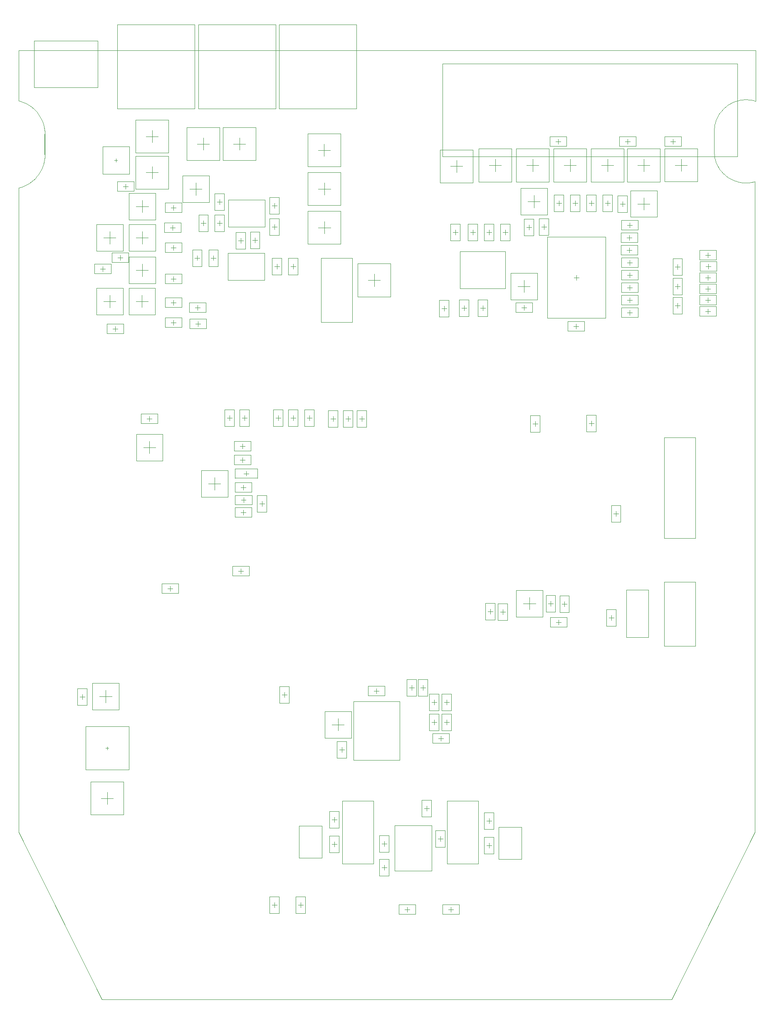
<source format=gbr>
%FSTAX44Y44*%
%MOMM*%
%SFA1B1*%

%IPPOS*%
%ADD108C,0.100000*%
%ADD139C,0.012700*%
%ADD140C,0.050000*%
%LNsega_801_remake_mechanical_15-1*%
%LPD*%
G54D108*
X00195832Y01660768D02*
D01*
X00200539Y01662093*
X00205141Y01663743*
X00209618Y01665709*
X00213946Y01667983*
X00218105Y01670554*
X00222074Y01673408*
X00225835Y01676533*
X00229369Y01679912*
X00232659Y01683529*
X00235688Y01687367*
X00238441Y01691407*
X00240907Y01695629*
X00243072Y01700013*
X00244926Y01704537*
X0024646Y0170918*
X00247666Y01713918*
X00248538Y01718729*
X00249073Y01723589*
X00249268Y01728474*
X00249269Y01728819*
X0169574Y01837118D02*
D01*
X01691401Y01838346*
X01686987Y01839269*
X01682519Y01839881*
X01678019Y01840179*
X01673509Y01840164*
X01669012Y01839834*
X01664548Y0183919*
X0166014Y01838237*
X01655809Y01836979*
X01651577Y01835422*
X01647464Y01833573*
X01643489Y01831442*
X01639673Y01829039*
X01636034Y01826376*
X0163259Y01823465*
X01629356Y01820321*
X01626351Y01816959*
X01623587Y01813395*
X01621078Y01809648*
X01618837Y01805735*
X01616874Y01801674*
X01615199Y01797487*
X01613821Y01793194*
X01612745Y01788814*
X01611977Y0178437*
X01611522Y01779883*
X01611379Y01775601*
Y01735623D02*
D01*
X01611537Y01731116*
X01612008Y01726631*
X01612791Y0172219*
X01613882Y01717814*
X01615276Y01713525*
X01616965Y01709344*
X01618942Y01705291*
X01621197Y01701385*
X01623719Y01697647*
X01626495Y01694093*
X01629513Y01690742*
X01632757Y01687609*
X01636211Y0168471*
X0163986Y01682059*
X01643684Y01679669*
X01647666Y01677552*
X01651786Y01675718*
X01656024Y01674176*
X01660359Y01672933*
X0166477Y01671995*
X01669236Y01671367*
X01673735Y01671053*
X01678244*
X01682743Y01671367*
X01687209Y01671995*
X0169162Y01672933*
X01694831Y01673822*
X00249269Y01769708D02*
D01*
X00249099Y01774595*
X00248588Y01779457*
X00247739Y01784272*
X00246556Y01789016*
X00245045Y01793666*
X00243213Y01798199*
X0024107Y01802594*
X00238625Y01806828*
X00235891Y01810882*
X00232881Y01814734*
X0022961Y01818368*
X00226093Y01821764*
X00222347Y01824907*
X00218392Y01827781*
X00214245Y01830372*
X00209928Y01832667*
X00205462Y01834656*
X00200867Y01836328*
X00196168Y01837676*
X00195832Y01837758*
X00658779Y01074659D02*
Y01084659D01*
X00653779Y01079659D02*
X00663779D01*
X01325959Y0147828D02*
X01335959D01*
X0133096Y01473279D02*
Y01483279D01*
X00877559Y00496759D02*
Y00615759D01*
X00971559*
Y00496759D02*
Y00615759D01*
X00877559Y00496759D02*
X00971559D01*
X01658899Y01724499D02*
Y01912999D01*
X01058899D02*
X01658899D01*
X01058899Y01724499D02*
Y01912999D01*
Y01724499D02*
X01658899D01*
X00561259Y01992999D02*
X00718739D01*
X00561259Y01822059D02*
Y01992999D01*
Y01822059D02*
X00718739D01*
Y01992999*
X00227649Y01865159D02*
X00356549D01*
X00227649D02*
Y01959659D01*
X00356549*
Y01865159D02*
Y01959659D01*
X01573789Y00999474D02*
Y01101844D01*
X01510239Y01153029D02*
X0157353D01*
X01510239Y00948289D02*
Y01153029D01*
X01573789Y00948428D02*
Y00999474D01*
Y01101844D02*
Y01153029D01*
X01510769Y00948428D02*
X01573789D01*
X00811779Y01387599D02*
Y01517969D01*
X00874779*
Y01387599D02*
Y01517969D01*
X00811779Y01387599D02*
X00874779D01*
X0139446Y01706679D02*
X01406959D01*
X0139446D02*
Y01719179D01*
X01381959Y01706679D02*
X0139446D01*
Y0169418D02*
Y01706679D01*
X00372919Y00521059D02*
X00378919D01*
X0037592Y00518059D02*
Y00524059D01*
X003937Y01713819D02*
Y01719819D01*
X00390699Y01716819D02*
X00396699D01*
X01068119Y00285669D02*
Y00413369D01*
X01131519*
Y00285669D02*
Y00413369D01*
X01068119Y00285669D02*
X01131519D01*
X0122428Y014605D02*
X01236779D01*
X0122428Y01447999D02*
Y014605D01*
X01211779D02*
X0122428D01*
Y01472999*
X01056719Y01415159D02*
X01066719D01*
X0106172Y01410159D02*
Y01420159D01*
X01432719Y00746919D02*
X01478119D01*
Y00843119*
X01432719D02*
X01478119D01*
X01432719Y00746919D02*
Y00843119D01*
X00454859Y017653D02*
X0046736D01*
Y01777799*
Y017653D02*
X00479859D01*
X0046736Y01752799D02*
Y017653D01*
X00367169Y01491059D02*
Y01501059D01*
X00362169Y0149606D02*
X00372169D01*
X0084582Y0056896D02*
Y00581459D01*
Y0056896D02*
X00858319D01*
X0084582Y00556459D02*
Y0056896D01*
X00833319D02*
X0084582D01*
X0099568Y00639029D02*
Y00649029D01*
X00990679Y00644029D02*
X01000679D01*
X0101854Y00639029D02*
Y00649029D01*
X01013539Y00644029D02*
X01023539D01*
X00413639Y01658699D02*
Y01668699D01*
X00408639Y016637D02*
X00418639D01*
X01439799Y01402159D02*
Y01412159D01*
X01434799Y0140716D02*
X01444799D01*
X00883739Y01822059D02*
Y01992999D01*
X00726259Y01822059D02*
X00883739D01*
X00726259D02*
Y01992999D01*
X00883739*
X00396259D02*
X00553739D01*
X00396259Y01822059D02*
Y01992999D01*
Y01822059D02*
X00553739D01*
Y01992999*
X009398Y00272989D02*
Y00282989D01*
X00934799Y00277989D02*
X00944799D01*
X01510279Y00728519D02*
Y00858889D01*
X01573279*
Y00728519D02*
Y00858889D01*
X01510279Y00728519D02*
X01573279D01*
X01148159Y00322959D02*
X01158159D01*
X0115316Y00317959D02*
Y00327959D01*
X00833199Y00325499D02*
X00843199D01*
X008382Y00320499D02*
Y00330499D01*
X01536979Y01494729D02*
Y01504729D01*
X01531979Y01499729D02*
X01541979D01*
X0108458Y01565099D02*
Y01575099D01*
X01079579Y01570099D02*
X01089579D01*
X0114046Y01411189D02*
Y01421189D01*
X01135459Y01416189D02*
X01145459D01*
X00555209Y0141732D02*
X00565209D01*
X00560209Y01412319D02*
Y01422319D01*
X00555959Y013843D02*
X00565959D01*
X00560959Y01379299D02*
Y01389299D01*
X0112014Y01565099D02*
Y01575099D01*
X01115139Y01570099D02*
X01125139D01*
X0118618Y01565099D02*
Y01575099D01*
X01181179Y01570099D02*
X01191179D01*
X0115316Y01565099D02*
Y01575099D01*
X01148159Y01570099D02*
X01158159D01*
X0108712Y01692039D02*
Y01704539D01*
X01074619D02*
X0108712D01*
Y0171704*
Y01704539D02*
X01099619D01*
X01219279Y0141732D02*
X01229279D01*
X0122428Y01412319D02*
Y01422319D01*
X01434799Y0148336D02*
X01444799D01*
X01439799Y01478359D02*
Y01488359D01*
X01434799Y0150876D02*
X01444799D01*
X01439799Y01503759D02*
Y01513759D01*
X01594069Y0143256D02*
X01604069D01*
X01599069Y01427559D02*
Y01437559D01*
X01594069Y0147828D02*
X01604069D01*
X01599069Y01473279D02*
Y01483279D01*
X01594069Y01524D02*
X01604069D01*
X01599069Y01518999D02*
Y01528999D01*
X00817679Y01724859D02*
Y0173736D01*
X00830179*
X00817679D02*
Y01749859D01*
X0080518Y0173736D02*
X00817679D01*
X00818079Y01567379D02*
Y0157988D01*
X0083058*
X00818079D02*
Y01592379D01*
X00805579Y0157988D02*
X00818079D01*
X00599519Y01631809D02*
X00609519D01*
X0060452Y01626809D02*
Y01636809D01*
X00711279Y01624469D02*
X00721279D01*
X0071628Y01619469D02*
Y01629469D01*
X0124206Y01706679D02*
X01254559D01*
X0124206D02*
Y01719179D01*
X01229559Y01706679D02*
X0124206D01*
Y0169418D02*
Y01706679D01*
X0044704Y01546899D02*
Y01559399D01*
X00434539D02*
X0044704D01*
Y01571899*
Y01559399D02*
X00459539D01*
X00434379Y0143002D02*
X00446879D01*
Y01442519*
Y0143002D02*
X00459379D01*
X00446879Y01417519D02*
Y0143002D01*
X0044704Y01493359D02*
Y01505859D01*
Y01493359D02*
X00459539D01*
X0044704Y01480859D02*
Y01493359D01*
X00434539D02*
X0044704D01*
X0051054Y01422479D02*
Y01432479D01*
X00505539Y0142748D02*
X00515539D01*
X0051054Y01470739D02*
Y01480739D01*
X00505539Y0147574D02*
X00515539D01*
X0051054Y01381839D02*
Y01391839D01*
X00505539Y0138684D02*
X00515539D01*
X00381Y01417359D02*
Y01429859D01*
X00368499D02*
X00381D01*
Y01442359*
Y01429859D02*
X00393499D01*
X00402729Y01513919D02*
Y01523919D01*
X00397729Y0151892D02*
X00407729D01*
X0064516Y0175006D02*
X00657659D01*
X0064516D02*
Y01762559D01*
X00632659Y0175006D02*
X0064516D01*
Y01737559D02*
Y0175006D01*
X005715D02*
Y01762559D01*
X00558999Y0175006D02*
X005715D01*
Y01737559D02*
Y0175006D01*
X00583999*
X00434699Y0162306D02*
X00447199D01*
Y01635559*
Y0162306D02*
X00459699D01*
X00447199Y01610559D02*
Y0162306D01*
X00381Y01546899D02*
Y01559399D01*
X00368499D02*
X00381D01*
Y01571899*
Y01559399D02*
X00393499D01*
X0116586Y01706679D02*
X01178359D01*
X0116586D02*
Y01719179D01*
X01153359Y01706679D02*
X0116586D01*
Y0169418D02*
Y01706679D01*
X0046736Y01691839D02*
X00479859D01*
X0046736D02*
Y0170434D01*
X00454859Y01691839D02*
X0046736D01*
Y01679339D02*
Y01691839D01*
X0131826Y01706679D02*
X01330759D01*
X0131826D02*
Y01719179D01*
X01305759Y01706679D02*
X0131826D01*
Y0169418D02*
Y01706679D01*
X00818079Y01646119D02*
Y0165862D01*
X0083058*
X00818079D02*
Y01671119D01*
X00805579Y0165862D02*
X00818079D01*
X01356439Y01629549D02*
X01366439D01*
X0136144Y01624549D02*
Y01634549D01*
X01389459Y01629549D02*
X01399459D01*
X0139446Y01624549D02*
Y01634549D01*
X01294269Y01750139D02*
Y01760139D01*
X01289269Y0175514D02*
X01299269D01*
X0037592Y00406599D02*
Y004191D01*
X00388419*
X0037592D02*
Y00431599D01*
X00363419Y004191D02*
X0037592D01*
X0146812Y01706679D02*
X01480619D01*
X0146812D02*
Y01719179D01*
X01455619Y01706679D02*
X0146812D01*
Y0169418D02*
Y01706679D01*
X00906979Y01472999D02*
X0091948D01*
Y014605D02*
Y01472999D01*
X00931979*
X0091948D02*
Y01485499D01*
X0154432Y0170688D02*
X01556819D01*
X0154432D02*
Y01719379D01*
X01531819Y0170688D02*
X0154432D01*
Y01694379D02*
Y0170688D01*
X00986929Y00188039D02*
Y00198039D01*
X00981929Y0019304D02*
X00991929D01*
X00195832Y003501D02*
X00365641Y00010054D01*
X00249269Y01728818D02*
Y01769708D01*
X00195832Y01837758D02*
Y0194056D01*
X01695832*
Y01837118D02*
Y0194056D01*
X01694831Y003501D02*
Y01673821D01*
X01611379Y01735623D02*
Y01775601D01*
X00365641Y00010054D02*
X01525022D01*
X01694831Y003501*
X00195832D02*
Y01660768D01*
X0132842Y01624549D02*
Y01634549D01*
X01323419Y01629549D02*
X01333419D01*
X012954Y01624549D02*
Y01634549D01*
X01290399Y01629549D02*
X01300399D01*
X01522949Y0175514D02*
X01532949D01*
X01527949Y01750139D02*
Y01760139D01*
X01430099Y0175514D02*
X01440099D01*
X014351Y01750139D02*
Y01760139D01*
X00462119Y0113284D02*
Y01145339D01*
X00449619Y0113284D02*
X00462119D01*
Y01120339D02*
Y0113284D01*
X00474619*
X00581859Y01059019D02*
X0059436D01*
Y01046519D02*
Y01059019D01*
X00606859*
X0059436D02*
Y01071519D01*
X007366Y00624539D02*
Y00634539D01*
X00731599Y00629539D02*
X00741599D01*
X0076962Y00196789D02*
Y00206789D01*
X00764619Y00201789D02*
X00774619D01*
X0071628Y00196789D02*
Y00206789D01*
X00711279Y00201789D02*
X00721279D01*
X0085344Y00512779D02*
Y00522779D01*
X00848439Y00517779D02*
X00858439D01*
X00919179Y0063754D02*
X00929179D01*
X00924179Y00632539D02*
Y00642539D01*
X007874Y01187389D02*
Y01197389D01*
X00782399Y01192389D02*
X00792399D01*
X0032512Y00620219D02*
Y00630219D01*
X00320119Y00625219D02*
X00330119D01*
X01289609Y0077724D02*
X01299609D01*
X01294609Y00772239D02*
Y00782239D01*
X01223309Y0081534D02*
X01235809D01*
Y00802839D02*
Y0081534D01*
X01248309*
X01235809D02*
Y00827839D01*
X01306929Y00809209D02*
Y00819209D01*
X01301929Y00814209D02*
X01311929D01*
X011811Y00793399D02*
Y00803399D01*
X01176099Y00798399D02*
X01186099D01*
X011557Y00793779D02*
Y00803779D01*
X01150699Y00798779D02*
X01160699D01*
X0086614Y01186259D02*
Y01196259D01*
X00861139Y0119126D02*
X00871139D01*
X0069088Y01013539D02*
Y01023539D01*
X00685879Y0101854D02*
X00695879D01*
X00854759Y00285669D02*
X00918159D01*
Y00413369*
X00854759D02*
X00918159D01*
X00854759Y00285669D02*
Y00413369D01*
X01050509Y0054102D02*
X01060509D01*
X01055509Y00536019D02*
Y00546019D01*
X010414Y00568659D02*
Y00578659D01*
X01036399Y00573659D02*
X01046399D01*
X01439799Y01579959D02*
Y01589959D01*
X01434799Y0158496D02*
X01444799D01*
X01259919Y01581289D02*
X01269919D01*
X0126492Y01576289D02*
Y01586289D01*
X01419939Y0162814D02*
X01429939D01*
X0142494Y01623139D02*
Y01633139D01*
X01229439Y01580259D02*
X01239439D01*
X0123444Y01575259D02*
Y01585259D01*
X01330579Y01374219D02*
Y01384219D01*
X01325579Y0137922D02*
X01335579D01*
X01411763Y00993197D02*
Y01003197D01*
X01406763Y00998197D02*
X01416763D01*
X00372849Y00626346D02*
X00385349D01*
X00372849D02*
Y00638846D01*
X00360349Y00626346D02*
X00372849D01*
Y00613847D02*
Y00626346D01*
X0071628Y01576289D02*
Y01586289D01*
X00711279Y01581289D02*
X00721279D01*
X01070829Y0019304D02*
X01080829D01*
X01075829Y00188039D02*
Y00198039D01*
X0136144Y01176479D02*
Y01186479D01*
X01356439Y01181479D02*
X01366439D01*
X010541Y00331409D02*
Y00341409D01*
X01049099Y00336409D02*
X01059099D01*
X0140208Y00780989D02*
Y00790989D01*
X01397079Y00785989D02*
X01407079D01*
X010668Y00609679D02*
Y00619679D01*
X01061799Y0061468D02*
X01071799D01*
X00499329Y0084582D02*
X00509329D01*
X00504329Y00840819D02*
Y00850819D01*
X009398Y00321249D02*
Y00331249D01*
X00934799Y00326249D02*
X00944799D01*
X0083566Y01186259D02*
Y01196259D01*
X00830659Y0119126D02*
X00840659D01*
X0089408Y01186259D02*
Y01196259D01*
X00889079Y0119126D02*
X00899079D01*
X0062484Y01187389D02*
Y01197389D01*
X00619839Y01192389D02*
X00629839D01*
X0065532Y01187389D02*
Y01197389D01*
X00650319Y01192389D02*
X00660319D01*
X00387289Y0137414D02*
X00397289D01*
X00392289Y01369139D02*
Y01379139D01*
X0072136Y01496139D02*
Y01506139D01*
X00716359Y0150114D02*
X00726359D01*
X00676918Y01549118D02*
Y01559118D01*
X00671918Y01554118D02*
X00681918D01*
X006477Y0154835D02*
Y0155835D01*
X00642699Y01553349D02*
X00652699D01*
X00505539Y0153924D02*
X00515539D01*
X0051054Y01534239D02*
Y01544239D01*
X00592194Y01513164D02*
Y01523164D01*
X00587194Y01518164D02*
X00597194D01*
X00505539Y0162052D02*
X00515539D01*
X0051054Y01615519D02*
Y01625519D01*
X00504129Y0157988D02*
X00514129D01*
X00509129Y01574879D02*
Y01584879D01*
X00646649Y0110744D02*
X00656649D01*
X00651649Y01102439D02*
Y01112439D01*
X00646649Y0113538D02*
X00656649D01*
X00651649Y01130379D02*
Y01140379D01*
X00647779Y0105156D02*
X00657779D01*
X0065278Y01046559D02*
Y01056559D01*
X00648559Y01025779D02*
X00658559D01*
X00653559Y01020778D02*
Y01030778D01*
X00647779Y0100076D02*
X00657779D01*
X0065278Y00995759D02*
Y01005759D01*
X00572028Y01583909D02*
Y0159391D01*
X00567028Y01588909D02*
X00577028D01*
X0060452Y01583909D02*
Y01593909D01*
X00599519Y01588909D02*
X00609519D01*
X01434049Y0155956D02*
X01444049D01*
X01439049Y01554559D02*
Y01564559D01*
X01434049Y0153416D02*
X01444049D01*
X01439049Y01529159D02*
Y01539159D01*
X0110236Y01410909D02*
Y01420909D01*
X01097359Y01415909D02*
X01107359D01*
X01536979Y01455499D02*
Y01465499D01*
X01531979Y014605D02*
X01541979D01*
X01536979Y01416269D02*
Y01426269D01*
X01531979Y01421269D02*
X01541979D01*
X01594069Y014097D02*
X01604069D01*
X01599069Y01404699D02*
Y01414699D01*
X01594069Y0145542D02*
X01604069D01*
X01599069Y01450419D02*
Y01460419D01*
X01594349Y0150114D02*
X0160435D01*
X0159935Y01496139D02*
Y01506139D01*
X0102616Y00393399D02*
Y00403399D01*
X01021159Y00398399D02*
X01031159D01*
X0115316Y00367999D02*
Y00377999D01*
X01148159Y00372999D02*
X01158159D01*
X008382Y00370539D02*
Y00380539D01*
X00833199Y00375539D02*
X00843199D01*
X010668Y00568659D02*
Y00578659D01*
X01061799Y00573659D02*
X01071799D01*
X010414Y00609299D02*
Y00619299D01*
X01036399Y00614299D02*
X01046399D01*
X01278989Y00809959D02*
Y00819959D01*
X01273989Y00814959D02*
X01283989D01*
X0124714Y01175719D02*
Y01185719D01*
X01242139Y01180719D02*
X01252139D01*
X007239Y01187389D02*
Y01197389D01*
X00718899Y01192389D02*
X00728899D01*
X00642699Y0088138D02*
X00652699D01*
X006477Y00876379D02*
Y00886379D01*
X0075438Y01187389D02*
Y01197389D01*
X00749379Y01192389D02*
X00759379D01*
X00456899Y0119126D02*
X00466899D01*
X00461899Y01186259D02*
Y01196259D01*
X0075438Y01496139D02*
Y01506139D01*
X00749379Y0150114D02*
X00759379D01*
X00559174Y01513164D02*
Y01523164D01*
X00554174Y01518164D02*
X00564174D01*
X0055626Y01658459D02*
X00568759D01*
X0055626D02*
Y01670959D01*
X00543759Y01658459D02*
X0055626D01*
Y01645959D02*
Y01658459D01*
X0146812Y01628299D02*
X01480619D01*
X0146812D02*
Y01640799D01*
X01455619Y01628299D02*
X0146812D01*
Y01615799D02*
Y01628299D01*
X01232099Y01633059D02*
X012446D01*
Y01620559D02*
Y01633059D01*
X01257099*
X012446D02*
Y01645559D01*
X01434799Y0145796D02*
X01444799D01*
X01439799Y01452959D02*
Y01462959D01*
X01434799Y0143256D02*
X01444799D01*
X01439799Y01427559D02*
Y01437559D01*
G54D139*
X01611879Y01735623D02*
Y01775601D01*
X00248769Y01728818D02*
Y01769708D01*
G54D140*
X00635779Y0108966D02*
X00681779D01*
X00635779Y01070659D02*
X00681779D01*
X00635779Y01069659D02*
Y0108966D01*
X00681779Y01069659D02*
Y0108966D01*
X01390209Y01395779D02*
Y01560779D01*
X01271709Y01395779D02*
Y01560779D01*
Y01395779D02*
X01390209D01*
X01271709Y01560779D02*
X01390209D01*
X01219839Y00294839D02*
Y00360839D01*
X01172839Y00294839D02*
X01219839D01*
X01172839D02*
Y00360839D01*
X01219839*
X01360959Y01740179D02*
X01427959D01*
Y01673179D02*
Y01740179D01*
X01360959Y01673179D02*
X01427959D01*
X01360959D02*
Y01740179D01*
X00331919Y00477059D02*
Y00565059D01*
X00419919*
Y00477059D02*
Y00565059D01*
X00331919Y00477059D02*
X00419919D01*
X00366699Y01744819D02*
X00420699D01*
X00366699Y01688819D02*
Y01744819D01*
Y01688819D02*
X00420699D01*
Y01744819*
X00622329Y01636589D02*
X00696829D01*
Y01581589D02*
Y01636589D01*
X00622329Y01581589D02*
X00696829D01*
X00622329D02*
Y01636589D01*
X00961409Y00271249D02*
Y00363749D01*
Y00271249D02*
X01036409D01*
Y00363749*
X00961409D02*
X01036409D01*
X01197279Y01433499D02*
X01251279D01*
Y01487499*
X01197279D02*
X01251279D01*
X01197279Y01433499D02*
Y01487499D01*
X01094209Y01456019D02*
Y01531019D01*
X01186709*
Y01456019D02*
Y01531019D01*
X01094209Y01456019D02*
X01186709D01*
X01071219Y01398159D02*
Y01432159D01*
X01052219Y01398159D02*
Y01432159D01*
X01071219*
X01052219Y01398159D02*
X01071219D01*
X00433859Y01798799D02*
X00500859D01*
X00433859Y01731799D02*
Y01798799D01*
Y01731799D02*
X00500859D01*
Y01798799*
X00350169Y01486559D02*
X00384169D01*
X00350169Y01505559D02*
X00384169D01*
Y01486559D02*
Y01505559D01*
X00350169Y01486559D02*
Y01505559D01*
X00872819Y00541959D02*
Y00595959D01*
X00818819D02*
X00872819D01*
X00818819Y00541959D02*
Y00595959D01*
Y00541959D02*
X00872819D01*
X00986179Y00661029D02*
X01005179D01*
X00986179Y00627029D02*
X01005179D01*
Y00661029*
X00986179Y00627029D02*
Y00661029D01*
X01009039D02*
X01028039D01*
X01009039Y00627029D02*
X01028039D01*
Y00661029*
X01009039Y00627029D02*
Y00661029D01*
X00396639Y01654199D02*
X00430639D01*
X00396639Y01673199D02*
X00430639D01*
Y01654199D02*
Y01673199D01*
X00396639Y01654199D02*
Y01673199D01*
X00813439Y00297379D02*
Y00363379D01*
X00766439Y00297379D02*
X00813439D01*
X00766439D02*
Y00363379D01*
X00813439*
X01422799Y01397659D02*
X01456799D01*
X01422799Y01416659D02*
X01456799D01*
Y01397659D02*
Y01416659D01*
X01422799Y01397659D02*
Y01416659D01*
X00930299Y00260989D02*
X00949299D01*
X00930299Y00294989D02*
X00949299D01*
X00930299Y00260989D02*
Y00294989D01*
X00949299Y00260989D02*
Y00294989D01*
X01162659Y00305959D02*
Y00339959D01*
X01143659Y00305959D02*
Y00339959D01*
X01162659*
X01143659Y00305959D02*
X01162659D01*
X00847699Y00308499D02*
Y00342499D01*
X00828699Y00308499D02*
Y00342499D01*
X00847699*
X00828699Y00308499D02*
X00847699D01*
X01527479Y01482729D02*
X01546479D01*
X01527479Y01516729D02*
X01546479D01*
X01527479Y01482729D02*
Y01516729D01*
X01546479Y01482729D02*
Y01516729D01*
X01075079Y01553099D02*
X01094079D01*
X01075079Y01587099D02*
X01094079D01*
X01075079Y01553099D02*
Y01587099D01*
X01094079Y01553099D02*
Y01587099D01*
X01130959Y01399189D02*
X01149959D01*
X01130959Y01433189D02*
X01149959D01*
X01130959Y01399189D02*
Y01433189D01*
X01149959Y01399189D02*
Y01433189D01*
X00577209Y01407819D02*
Y01426819D01*
X00543209Y01407819D02*
Y01426819D01*
Y01407819D02*
X00577209D01*
X00543209Y01426819D02*
X00577209D01*
X00543959Y01374799D02*
Y01393799D01*
X00577959Y01374799D02*
Y01393799D01*
X00543959D02*
X00577959D01*
X00543959Y01374799D02*
X00577959D01*
X01110639Y01553099D02*
X01129639D01*
X01110639Y01587099D02*
X01129639D01*
X01110639Y01553099D02*
Y01587099D01*
X01129639Y01553099D02*
Y01587099D01*
X01176679Y01553099D02*
X01195679D01*
X01176679Y01587099D02*
X01195679D01*
X01176679Y01553099D02*
Y01587099D01*
X01195679Y01553099D02*
Y01587099D01*
X01143659Y01553099D02*
X01162659D01*
X01143659Y01587099D02*
X01162659D01*
X01143659Y01553099D02*
Y01587099D01*
X01162659Y01553099D02*
Y01587099D01*
X01053619Y01671039D02*
Y01738039D01*
Y01671039D02*
X01120619D01*
Y01738039*
X01053619D02*
X01120619D01*
X01241279Y01407819D02*
Y01426819D01*
X01207279Y01407819D02*
Y01426819D01*
Y01407819D02*
X01241279D01*
X01207279Y01426819D02*
X01241279D01*
X01456799Y01473859D02*
Y01492859D01*
X01422799Y01473859D02*
Y01492859D01*
Y01473859D02*
X01456799D01*
X01422799Y01492859D02*
X01456799D01*
Y01499259D02*
Y01518259D01*
X01422799Y01499259D02*
Y01518259D01*
Y01499259D02*
X01456799D01*
X01422799Y01518259D02*
X01456799D01*
X01616069Y01423059D02*
Y01442059D01*
X01582069Y01423059D02*
Y01442059D01*
Y01423059D02*
X01616069D01*
X01582069Y01442059D02*
X01616069D01*
Y01468779D02*
Y01487779D01*
X01582069Y01468779D02*
Y01487779D01*
Y01468779D02*
X01616069D01*
X01582069Y01487779D02*
X01616069D01*
Y01514499D02*
Y01533499D01*
X01582069Y01514499D02*
Y01533499D01*
Y01514499D02*
X01616069D01*
X01582069Y01533499D02*
X01616069D01*
X00851179Y01703859D02*
Y01770859D01*
X00784179Y01703859D02*
X00851179D01*
X00784179D02*
Y01770859D01*
X00851179*
X00851579Y01546379D02*
Y01613379D01*
X00784579Y01546379D02*
X00851579D01*
X00784579D02*
Y01613379D01*
X00851579*
X00614019Y01614809D02*
Y01648809D01*
X00595019Y01614809D02*
Y01648809D01*
X00614019*
X00595019Y01614809D02*
X00614019D01*
X00706779Y01607469D02*
Y01641469D01*
X00725779Y01607469D02*
Y01641469D01*
X00706779Y01607469D02*
X00725779D01*
X00706779Y01641469D02*
X00725779D01*
X01208559Y01740179D02*
X01275559D01*
Y01673179D02*
Y01740179D01*
X01208559Y01673179D02*
X01275559D01*
X01208559D02*
Y01740179D01*
X00420039Y01532399D02*
Y01586399D01*
Y01532399D02*
X00474039D01*
Y01586399*
X00420039D02*
X00474039D01*
X00419879Y01457019D02*
X00473879D01*
X00419879Y01403019D02*
Y01457019D01*
Y01403019D02*
X00473879D01*
Y01457019*
X00474039Y01466359D02*
Y01520359D01*
X00420039D02*
X00474039D01*
X00420039Y01466359D02*
Y01520359D01*
Y01466359D02*
X00474039D01*
X00493539Y01417979D02*
X00527539D01*
X00493539Y01436979D02*
X00527539D01*
Y01417979D02*
Y01436979D01*
X00493539Y01417979D02*
Y01436979D01*
Y01466239D02*
X00527539D01*
X00493539Y01485239D02*
X00527539D01*
Y01466239D02*
Y01485239D01*
X00493539Y01466239D02*
Y01485239D01*
Y01377339D02*
X00527539D01*
X00493539Y01396339D02*
X00527539D01*
Y01377339D02*
Y01396339D01*
X00493539Y01377339D02*
Y01396339D01*
X00353999Y01402859D02*
Y01456859D01*
Y01402859D02*
X00407999D01*
Y01456859*
X00353999D02*
X00407999D01*
X00385729Y01528419D02*
X00419729D01*
X00385729Y01509419D02*
X00419729D01*
X00385729D02*
Y01528419D01*
X00419729Y01509419D02*
Y01528419D01*
X00611659Y01783559D02*
X00678659D01*
Y01716559D02*
Y01783559D01*
X00611659Y01716559D02*
X00678659D01*
X00611659D02*
Y01783559D01*
X00537999Y01716559D02*
Y01783559D01*
X00604999*
Y01716559D02*
Y01783559D01*
X00537999Y01716559D02*
X00604999D01*
X00420199Y01650059D02*
X00474199D01*
X00420199Y01596059D02*
Y01650059D01*
Y01596059D02*
X00474199D01*
Y01650059*
X00353999Y01532399D02*
Y01586399D01*
Y01532399D02*
X00407999D01*
Y01586399*
X00353999D02*
X00407999D01*
X00621888Y01472805D02*
Y01527805D01*
Y01472805D02*
X00696388D01*
Y01527805*
X00621888D02*
X00696388D01*
X01132359Y01740179D02*
X01199359D01*
Y01673179D02*
Y01740179D01*
X01132359Y01673179D02*
X01199359D01*
X01132359D02*
Y01740179D01*
X00433859Y01725339D02*
X00500859D01*
Y01658339D02*
Y01725339D01*
X00433859Y01658339D02*
X00500859D01*
X00433859D02*
Y01725339D01*
X01284759Y01740179D02*
X01351759D01*
Y01673179D02*
Y01740179D01*
X01284759Y01673179D02*
X01351759D01*
X01284759D02*
Y01740179D01*
X00851579Y01625119D02*
Y01692119D01*
X00784579Y01625119D02*
X00851579D01*
X00784579D02*
Y01692119D01*
X00851579*
X01370939Y01612549D02*
Y01646549D01*
X01351939Y01612549D02*
Y01646549D01*
X01370939*
X01351939Y01612549D02*
X01370939D01*
X01403959D02*
Y01646549D01*
X01384959Y01612549D02*
Y01646549D01*
X01403959*
X01384959Y01612549D02*
X01403959D01*
X01277269Y01745639D02*
X01311269D01*
X01277269Y01764639D02*
X01311269D01*
Y01745639D02*
Y01764639D01*
X01277269Y01745639D02*
Y01764639D01*
X00409419Y00385599D02*
Y00452599D01*
X00342419Y00385599D02*
X00409419D01*
X00342419D02*
Y00452599D01*
X00409419*
X01434619Y01740179D02*
X01501619D01*
Y01673179D02*
Y01740179D01*
X01434619Y01673179D02*
X01501619D01*
X01434619D02*
Y01740179D01*
X00885979Y01439499D02*
X00952979D01*
X00885979D02*
Y01506499D01*
X00952979*
Y01439499D02*
Y01506499D01*
X01510819Y01740379D02*
X01577819D01*
Y01673379D02*
Y01740379D01*
X01510819Y01673379D02*
X01577819D01*
X01510819D02*
Y01740379D01*
X00969929Y00202539D02*
X01003929D01*
X00969929Y00183539D02*
X01003929D01*
X00969929D02*
Y00202539D01*
X01003929Y00183539D02*
Y00202539D01*
X01318919Y01612549D02*
X01337919D01*
X01318919Y01646549D02*
X01337919D01*
X01318919Y01612549D02*
Y01646549D01*
X01337919Y01612549D02*
Y01646549D01*
X01285899Y01612549D02*
X01304899D01*
X01285899Y01646549D02*
X01304899D01*
X01285899Y01612549D02*
Y01646549D01*
X01304899Y01612549D02*
Y01646549D01*
X01544949Y01745639D02*
Y01764639D01*
X01510949Y01745639D02*
Y01764639D01*
Y01745639D02*
X01544949D01*
X01510949Y01764639D02*
X01544949D01*
X01418099Y01745639D02*
Y01764639D01*
X01452099Y01745639D02*
Y01764639D01*
X01418099D02*
X01452099D01*
X01418099Y01745639D02*
X01452099D01*
X00435119Y01105839D02*
Y01159839D01*
X00489119*
Y01105839D02*
Y01159839D01*
X00435119Y01105839D02*
X00489119D01*
X00567359Y01032019D02*
X00621359D01*
X00567359D02*
Y01086019D01*
X00621359*
Y01032019D02*
Y01086019D01*
X00727099Y00612539D02*
X00746099D01*
X00727099Y00646539D02*
X00746099D01*
X00727099Y00612539D02*
Y00646539D01*
X00746099Y00612539D02*
Y00646539D01*
X00760119Y00184789D02*
X00779119D01*
X00760119Y00218789D02*
X00779119D01*
X00760119Y00184789D02*
Y00218789D01*
X00779119Y00184789D02*
Y00218789D01*
X00706779Y00184789D02*
X00725779D01*
X00706779Y00218789D02*
X00725779D01*
X00706779Y00184789D02*
Y00218789D01*
X00725779Y00184789D02*
Y00218789D01*
X00843939Y00500779D02*
X00862939D01*
X00843939Y00534779D02*
X00862939D01*
X00843939Y00500779D02*
Y00534779D01*
X00862939Y00500779D02*
Y00534779D01*
X00941179Y00628039D02*
Y00647039D01*
X00907179Y00628039D02*
Y00647039D01*
Y00628039D02*
X00941179D01*
X00907179Y00647039D02*
X00941179D01*
X00777899Y01209389D02*
X00796899D01*
X00777899Y01175389D02*
X00796899D01*
Y01209389*
X00777899Y01175389D02*
Y01209389D01*
X00315619Y00608219D02*
X00334619D01*
X00315619Y00642219D02*
X00334619D01*
X00315619Y00608219D02*
Y00642219D01*
X00334619Y00608219D02*
Y00642219D01*
X01277609Y00767739D02*
Y00786739D01*
X01311609Y00767739D02*
Y00786739D01*
X01277609D02*
X01311609D01*
X01277609Y00767739D02*
X01311609D01*
X01208809Y00788339D02*
X01262809D01*
X01208809D02*
Y00842339D01*
X01262809*
Y00788339D02*
Y00842339D01*
X01297429Y00831209D02*
X01316429D01*
X01297429Y00797209D02*
X01316429D01*
Y00831209*
X01297429Y00797209D02*
Y00831209D01*
X01171599Y00781399D02*
X01190599D01*
X01171599Y00815399D02*
X01190599D01*
X01171599Y00781399D02*
Y00815399D01*
X01190599Y00781399D02*
Y00815399D01*
X01146199Y00815779D02*
X01165199D01*
X01146199Y00781779D02*
X01165199D01*
Y00815779*
X01146199Y00781779D02*
Y00815779D01*
X00856639Y01174259D02*
X00875639D01*
X00856639Y01208259D02*
X00875639D01*
X00856639Y01174259D02*
Y01208259D01*
X00875639Y01174259D02*
Y01208259D01*
X00681379Y01001539D02*
X00700379D01*
X00681379Y01035539D02*
X00700379D01*
X00681379Y01001539D02*
Y01035539D01*
X00700379Y01001539D02*
Y01035539D01*
X01038509Y00531519D02*
Y00550519D01*
X01072509Y00531519D02*
Y00550519D01*
X01038509D02*
X01072509D01*
X01038509Y00531519D02*
X01072509D01*
X01031899Y00556659D02*
X01050899D01*
X01031899Y00590659D02*
X01050899D01*
X01031899Y00556659D02*
Y00590659D01*
X01050899Y00556659D02*
Y00590659D01*
X01422799Y01575459D02*
X01456799D01*
X01422799Y01594459D02*
X01456799D01*
Y01575459D02*
Y01594459D01*
X01422799Y01575459D02*
Y01594459D01*
X01274419Y01564289D02*
Y01598289D01*
X01255419Y01564289D02*
Y01598289D01*
X01274419*
X01255419Y01564289D02*
X01274419D01*
X01434439Y01611139D02*
Y01645139D01*
X01415439Y01611139D02*
Y01645139D01*
X01434439*
X01415439Y01611139D02*
X01434439D01*
X01243939Y01563259D02*
Y01597259D01*
X01224939Y01563259D02*
Y01597259D01*
X01243939*
X01224939Y01563259D02*
X01243939D01*
X01313579Y01388719D02*
X01347579D01*
X01313579Y01369719D02*
X01347579D01*
X01313579D02*
Y01388719D01*
X01347579Y01369719D02*
Y01388719D01*
X01402263Y01015197D02*
X01421263D01*
X01402263Y00981197D02*
X01421263D01*
Y01015197*
X01402263Y00981197D02*
Y01015197D01*
X00345849Y00653346D02*
X00399849D01*
Y00599347D02*
Y00653346D01*
X00345849Y00599347D02*
X00399849D01*
X00345849D02*
Y00653346D01*
X00706779Y01564289D02*
X00725779D01*
X00706779Y01598289D02*
X00725779D01*
X00706779Y01564289D02*
Y01598289D01*
X00725779Y01564289D02*
Y01598289D01*
X01092829Y00183539D02*
Y00202539D01*
X01058829Y00183539D02*
Y00202539D01*
Y00183539D02*
X01092829D01*
X01058829Y00202539D02*
X01092829D01*
X01351939Y01164479D02*
X01370939D01*
X01351939Y01198479D02*
X01370939D01*
X01351939Y01164479D02*
Y01198479D01*
X01370939Y01164479D02*
Y01198479D01*
X01044599Y00319409D02*
X01063599D01*
X01044599Y00353409D02*
X01063599D01*
X01044599Y00319409D02*
Y00353409D01*
X01063599Y00319409D02*
Y00353409D01*
X01392579Y00802989D02*
X01411579D01*
X01392579Y00768989D02*
X01411579D01*
Y00802989*
X01392579Y00768989D02*
Y00802989D01*
X01057299Y00631679D02*
X01076299D01*
X01057299Y00597679D02*
X01076299D01*
Y00631679*
X01057299Y00597679D02*
Y00631679D01*
X00521329Y00836319D02*
Y00855319D01*
X00487329Y00836319D02*
Y00855319D01*
Y00836319D02*
X00521329D01*
X00487329Y00855319D02*
X00521329D01*
X00930299Y00309249D02*
X00949299D01*
X00930299Y00343249D02*
X00949299D01*
X00930299Y00309249D02*
Y00343249D01*
X00949299Y00309249D02*
Y00343249D01*
X00826159Y01174259D02*
X00845159D01*
X00826159Y01208259D02*
X00845159D01*
X00826159Y01174259D02*
Y01208259D01*
X00845159Y01174259D02*
Y01208259D01*
X00884579Y01174259D02*
X00903579D01*
X00884579Y01208259D02*
X00903579D01*
X00884579Y01174259D02*
Y01208259D01*
X00903579Y01174259D02*
Y01208259D01*
X00615339Y01175389D02*
X00634339D01*
X00615339Y01209389D02*
X00634339D01*
X00615339Y01175389D02*
Y01209389D01*
X00634339Y01175389D02*
Y01209389D01*
X00645819Y01175389D02*
X00664819D01*
X00645819Y01209389D02*
X00664819D01*
X00645819Y01175389D02*
Y01209389D01*
X00664819Y01175389D02*
Y01209389D01*
X00375289Y01364639D02*
Y01383639D01*
X00409289Y01364639D02*
Y01383639D01*
X00375289D02*
X00409289D01*
X00375289Y01364639D02*
X00409289D01*
X00711859Y01484139D02*
X00730859D01*
X00711859Y01518139D02*
X00730859D01*
X00711859Y01484139D02*
Y01518139D01*
X00730859Y01484139D02*
Y01518139D01*
X00667418Y01537118D02*
X00686418D01*
X00667418Y01571118D02*
X00686418D01*
X00667418Y01537118D02*
Y01571118D01*
X00686418Y01537118D02*
Y01571118D01*
X00638199Y01536349D02*
X00657199D01*
X00638199Y01570349D02*
X00657199D01*
X00638199Y01536349D02*
Y01570349D01*
X00657199Y01536349D02*
Y01570349D01*
X00493539Y01529739D02*
Y01548739D01*
X00527539Y01529739D02*
Y01548739D01*
X00493539D02*
X00527539D01*
X00493539Y01529739D02*
X00527539D01*
X00582694Y01501164D02*
X00601694D01*
X00582694Y01535164D02*
X00601694D01*
X00582694Y01501164D02*
Y01535164D01*
X00601694Y01501164D02*
Y01535164D01*
X00493539Y01611019D02*
Y01630019D01*
X00527539Y01611019D02*
Y01630019D01*
X00493539D02*
X00527539D01*
X00493539Y01611019D02*
X00527539D01*
X00492129Y01570379D02*
Y01589379D01*
X00526129Y01570379D02*
Y01589379D01*
X00492129D02*
X00526129D01*
X00492129Y01570379D02*
X00526129D01*
X00668649Y01097939D02*
Y01116939D01*
X00634649Y01097939D02*
Y01116939D01*
Y01097939D02*
X00668649D01*
X00634649Y01116939D02*
X00668649D01*
Y01125879D02*
Y01144879D01*
X00634649Y01125879D02*
Y01144879D01*
Y01125879D02*
X00668649D01*
X00634649Y01144879D02*
X00668649D01*
X00669779Y01042059D02*
Y01061059D01*
X00635779Y01042059D02*
Y01061059D01*
Y01042059D02*
X00669779D01*
X00635779Y01061059D02*
X00669779D01*
X0067056Y01016279D02*
Y01035279D01*
X00636559Y01016279D02*
Y01035279D01*
Y01016279D02*
X0067056D01*
X00636559Y01035279D02*
X0067056D01*
X00669779Y00991259D02*
Y01010259D01*
X00635779Y00991259D02*
Y01010259D01*
Y00991259D02*
X00669779D01*
X00635779Y01010259D02*
X00669779D01*
X00562528Y01605909D02*
X00581528D01*
X00562528Y01571909D02*
X00581528D01*
Y01605909*
X00562528Y01571909D02*
Y01605909D01*
X00595019Y01571909D02*
X00614019D01*
X00595019Y01605909D02*
X00614019D01*
X00595019Y01571909D02*
Y01605909D01*
X00614019Y01571909D02*
Y01605909D01*
X01422049Y01550059D02*
Y01569059D01*
X01456049Y01550059D02*
Y01569059D01*
X01422049D02*
X01456049D01*
X01422049Y01550059D02*
X01456049D01*
Y01524659D02*
Y01543659D01*
X01422049Y01524659D02*
Y01543659D01*
Y01524659D02*
X01456049D01*
X01422049Y01543659D02*
X01456049D01*
X01092859Y01398909D02*
X01111859D01*
X01092859Y01432909D02*
X01111859D01*
X01092859Y01398909D02*
Y01432909D01*
X01111859Y01398909D02*
Y01432909D01*
X01527479Y01443499D02*
X01546479D01*
X01527479Y01477499D02*
X01546479D01*
X01527479Y01443499D02*
Y01477499D01*
X01546479Y01443499D02*
Y01477499D01*
X01527479Y01404269D02*
X01546479D01*
X01527479Y01438269D02*
X01546479D01*
X01527479Y01404269D02*
Y01438269D01*
X01546479Y01404269D02*
Y01438269D01*
X01582069Y01400199D02*
Y01419199D01*
X01616069Y01400199D02*
Y01419199D01*
X01582069D02*
X01616069D01*
X01582069Y01400199D02*
X01616069D01*
X01582069Y01445919D02*
Y01464919D01*
X01616069Y01445919D02*
Y01464919D01*
X01582069D02*
X01616069D01*
X01582069Y01445919D02*
X01616069D01*
X01582349Y01491639D02*
Y01510639D01*
X0161635Y01491639D02*
Y01510639D01*
X01582349D02*
X0161635D01*
X01582349Y01491639D02*
X0161635D01*
X01016659Y00381399D02*
X01035659D01*
X01016659Y00415399D02*
X01035659D01*
X01016659Y00381399D02*
Y00415399D01*
X01035659Y00381399D02*
Y00415399D01*
X01143659Y00355999D02*
X01162659D01*
X01143659Y00389999D02*
X01162659D01*
X01143659Y00355999D02*
Y00389999D01*
X01162659Y00355999D02*
Y00389999D01*
X00828699Y00358539D02*
X00847699D01*
X00828699Y00392539D02*
X00847699D01*
X00828699Y00358539D02*
Y00392539D01*
X00847699Y00358539D02*
Y00392539D01*
X01057299Y00556659D02*
X01076299D01*
X01057299Y00590659D02*
X01076299D01*
X01057299Y00556659D02*
Y00590659D01*
X01076299Y00556659D02*
Y00590659D01*
X01031899Y00631299D02*
X01050899D01*
X01031899Y00597299D02*
X01050899D01*
Y00631299*
X01031899Y00597299D02*
Y00631299D01*
X01269489Y00831959D02*
X01288489D01*
X01269489Y00797959D02*
X01288489D01*
Y00831959*
X01269489Y00797959D02*
Y00831959D01*
X01237639Y01163719D02*
X01256639D01*
X01237639Y01197719D02*
X01256639D01*
X01237639Y01163719D02*
Y01197719D01*
X01256639Y01163719D02*
Y01197719D01*
X00714399Y01175389D02*
X00733399D01*
X00714399Y01209389D02*
X00733399D01*
X00714399Y01175389D02*
Y01209389D01*
X00733399Y01175389D02*
Y01209389D01*
X00664699Y00871879D02*
Y00890879D01*
X00630699Y00871879D02*
Y00890879D01*
Y00871879D02*
X00664699D01*
X00630699Y00890879D02*
X00664699D01*
X00744879Y01175389D02*
X00763879D01*
X00744879Y01209389D02*
X00763879D01*
X00744879Y01175389D02*
Y01209389D01*
X00763879Y01175389D02*
Y01209389D01*
X00478899Y01181759D02*
Y01200759D01*
X00444899Y01181759D02*
Y01200759D01*
Y01181759D02*
X00478899D01*
X00444899Y01200759D02*
X00478899D01*
X00744879Y01518139D02*
X00763879D01*
X00744879Y01484139D02*
X00763879D01*
Y01518139*
X00744879Y01484139D02*
Y01518139D01*
X00549674Y01535164D02*
X00568674D01*
X00549674Y01501164D02*
X00568674D01*
Y01535164*
X00549674Y01501164D02*
Y01535164D01*
X00529259Y01685459D02*
X00583259D01*
Y01631459D02*
Y01685459D01*
X00529259Y01631459D02*
X00583259D01*
X00529259D02*
Y01685459D01*
X01441119Y01655299D02*
X01495119D01*
Y01601299D02*
Y01655299D01*
X01441119Y01601299D02*
X01495119D01*
X01441119D02*
Y01655299D01*
X01217599Y01606059D02*
X01271599D01*
X01217599D02*
Y01660059D01*
X01271599*
Y01606059D02*
Y01660059D01*
X01422799Y01448459D02*
Y01467459D01*
X01456799Y01448459D02*
Y01467459D01*
X01422799D02*
X01456799D01*
X01422799Y01448459D02*
X01456799D01*
X01422799Y01423059D02*
Y01442059D01*
X01456799Y01423059D02*
Y01442059D01*
X01422799D02*
X01456799D01*
X01422799Y01423059D02*
X01456799D01*
M02*
</source>
